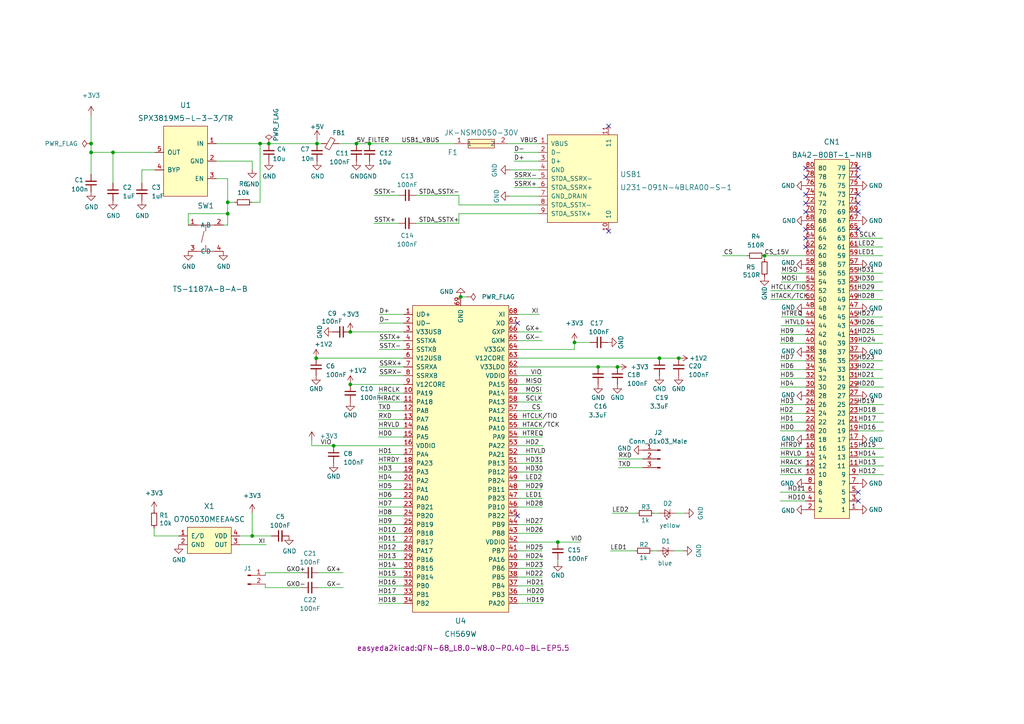
<source format=kicad_sch>
(kicad_sch (version 20211123) (generator eeschema)
  (paper "A4")
  (title_block (title "USB3 Superspeed FPGA Board") (rev "rev1") (company "Hans Baier"))
  (junction (at 91.694 103.886))
  (junction (at 101.6 111.506))
  (junction (at 77.978 41.656))
  (junction (at 191.262 103.886))
  (junction (at 66.04 58.674))
  (junction (at 73.152 155.448))
  (junction (at 221.742 74.168))
  (junction (at 101.6 96.266))
  (junction (at 161.798 157.226))
  (junction (at 66.04 61.976))
  (junction (at 32.766 44.196))
  (junction (at 26.416 44.196))
  (junction (at 166.624 99.314))
  (junction (at 196.85 103.886))
  (junction (at 96.774 129.286))
  (junction (at 133.604 86.106))
  (junction (at 179.07 106.426))
  (junction (at 26.416 41.656))
  (junction (at 173.482 106.426))
  (junction (at 75.438 41.656))
  (junction (at 107.188 41.656))
  (junction (at 103.378 41.656))
  (junction (at 91.948 41.656))
  (no_connect (at 233.68 61.468))
  (no_connect (at 248.92 61.468))
  (no_connect (at 248.92 58.928))
  (no_connect (at 248.92 56.388))
  (no_connect (at 248.92 66.548))
  (no_connect (at 233.68 69.088))
  (no_connect (at 233.68 71.628))
  (no_connect (at 233.68 66.548))
  (no_connect (at 248.92 145.288))
  (no_connect (at 248.92 51.308))
  (no_connect (at 150.114 149.606))
  (no_connect (at 150.114 93.726))
  (no_connect (at 176.53 36.576))
  (no_connect (at 248.92 142.748))
  (no_connect (at 176.53 67.056))
  (no_connect (at 248.92 48.768))
  (no_connect (at 233.68 48.768))
  (no_connect (at 233.68 51.308))
  (no_connect (at 233.68 56.388))
  (no_connect (at 233.68 58.928))
  (wire (pts (xy 117.094 147.066) (xy 109.728 147.066)))
  (wire (pts (xy 256.032 69.088) (xy 248.92 69.088)))
  (wire (pts (xy 248.92 109.728) (xy 256.032 109.728)))
  (wire (pts (xy 109.982 108.966) (xy 117.094 108.966)))
  (wire (pts (xy 149.098 51.816) (xy 156.21 51.816)))
  (wire (pts (xy 226.568 81.788) (xy 233.68 81.788)))
  (wire (pts (xy 75.438 58.674) (xy 73.152 58.674)))
  (wire (pts (xy 157.226 111.506) (xy 150.114 111.506)))
  (wire (pts (xy 248.92 74.168) (xy 256.032 74.168)))
  (wire (pts (xy 133.096 59.436) (xy 156.21 59.436)))
  (wire (pts (xy 191.262 103.886) (xy 196.85 103.886)))
  (wire (pts (xy 109.728 119.126) (xy 117.094 119.126)))
  (wire (pts (xy 76.962 169.418) (xy 76.962 170.434)))
  (wire (pts (xy 157.48 129.286) (xy 150.114 129.286)))
  (wire (pts (xy 256.032 107.188) (xy 248.92 107.188)))
  (wire (pts (xy 150.114 106.426) (xy 173.482 106.426)))
  (wire (pts (xy 248.92 97.028) (xy 256.032 97.028)))
  (wire (pts (xy 248.92 112.268) (xy 256.286 112.268)))
  (wire (pts (xy 226.314 137.668) (xy 233.68 137.668)))
  (wire (pts (xy 96.774 129.286) (xy 117.094 129.286)))
  (wire (pts (xy 108.458 64.77) (xy 115.57 64.77)))
  (wire (pts (xy 157.226 134.366) (xy 150.114 134.366)))
  (wire (pts (xy 76.962 166.116) (xy 87.376 166.116)))
  (wire (pts (xy 76.962 166.116) (xy 76.962 166.878)))
  (wire (pts (xy 248.92 91.948) (xy 256.032 91.948)))
  (wire (pts (xy 91.948 40.386) (xy 91.948 41.656)))
  (wire (pts (xy 62.738 41.656) (xy 75.438 41.656)))
  (wire (pts (xy 109.982 101.346) (xy 117.094 101.346)))
  (wire (pts (xy 54.61 61.976) (xy 66.04 61.976)))
  (wire (pts (xy 66.04 61.976) (xy 66.04 58.674)))
  (wire (pts (xy 91.694 103.886) (xy 117.094 103.886)))
  (wire (pts (xy 256.286 132.588) (xy 248.92 132.588)))
  (wire (pts (xy 256.286 122.428) (xy 248.92 122.428)))
  (wire (pts (xy 66.04 51.816) (xy 62.738 51.816)))
  (wire (pts (xy 147.828 49.276) (xy 156.21 49.276)))
  (wire (pts (xy 150.114 103.886) (xy 191.262 103.886)))
  (wire (pts (xy 117.094 169.926) (xy 109.728 169.926)))
  (wire (pts (xy 117.094 144.526) (xy 109.728 144.526)))
  (wire (pts (xy 109.728 124.206) (xy 117.094 124.206)))
  (wire (pts (xy 157.226 114.046) (xy 150.114 114.046)))
  (wire (pts (xy 226.568 79.248) (xy 233.68 79.248)))
  (wire (pts (xy 157.226 121.666) (xy 150.114 121.666)))
  (wire (pts (xy 117.094 131.826) (xy 109.728 131.826)))
  (wire (pts (xy 109.982 98.806) (xy 117.094 98.806)))
  (wire (pts (xy 157.226 96.266) (xy 150.114 96.266)))
  (wire (pts (xy 73.152 148.844) (xy 73.152 155.448)))
  (wire (pts (xy 221.742 74.168) (xy 221.742 75.184)))
  (wire (pts (xy 157.226 124.206) (xy 150.114 124.206)))
  (wire (pts (xy 256.286 119.888) (xy 248.92 119.888)))
  (wire (pts (xy 256.032 99.568) (xy 248.92 99.568)))
  (wire (pts (xy 150.114 154.686) (xy 157.226 154.686)))
  (wire (pts (xy 226.314 135.128) (xy 233.68 135.128)))
  (wire (pts (xy 179.324 133.096) (xy 186.436 133.096)))
  (wire (pts (xy 173.482 106.426) (xy 179.07 106.426)))
  (wire (pts (xy 248.92 104.648) (xy 256.032 104.648)))
  (wire (pts (xy 233.68 99.568) (xy 226.314 99.568)))
  (wire (pts (xy 117.094 152.146) (xy 109.728 152.146)))
  (wire (pts (xy 73.152 155.448) (xy 69.596 155.448)))
  (wire (pts (xy 66.04 58.674) (xy 66.04 51.816)))
  (wire (pts (xy 166.624 99.314) (xy 166.624 101.346)))
  (wire (pts (xy 226.314 132.588) (xy 233.68 132.588)))
  (wire (pts (xy 44.704 155.448) (xy 44.704 153.162)))
  (wire (pts (xy 68.072 58.674) (xy 66.04 58.674)))
  (wire (pts (xy 99.568 170.434) (xy 92.456 170.434)))
  (wire (pts (xy 161.798 162.306) (xy 161.798 163.068)))
  (wire (pts (xy 190.5 159.766) (xy 189.23 159.766)))
  (wire (pts (xy 133.096 61.976) (xy 133.096 64.77)))
  (wire (pts (xy 157.226 126.746) (xy 150.114 126.746)))
  (wire (pts (xy 62.738 46.736) (xy 73.152 46.736)))
  (wire (pts (xy 117.094 157.226) (xy 109.728 157.226)))
  (wire (pts (xy 196.088 148.844) (xy 198.628 148.844)))
  (wire (pts (xy 248.92 84.328) (xy 256.032 84.328)))
  (wire (pts (xy 221.742 74.168) (xy 233.68 74.168)))
  (wire (pts (xy 149.098 54.356) (xy 156.21 54.356)))
  (wire (pts (xy 51.816 155.448) (xy 44.704 155.448)))
  (wire (pts (xy 226.314 124.968) (xy 233.68 124.968)))
  (wire (pts (xy 69.596 157.988) (xy 77.216 157.988)))
  (wire (pts (xy 226.314 130.048) (xy 233.68 130.048)))
  (wire (pts (xy 75.438 41.656) (xy 77.978 41.656)))
  (wire (pts (xy 157.48 169.926) (xy 150.114 169.926)))
  (wire (pts (xy 117.094 141.986) (xy 109.728 141.986)))
  (wire (pts (xy 256.286 135.128) (xy 248.92 135.128)))
  (wire (pts (xy 195.58 159.766) (xy 198.12 159.766)))
  (wire (pts (xy 150.114 167.386) (xy 157.226 167.386)))
  (wire (pts (xy 157.48 175.006) (xy 150.114 175.006)))
  (wire (pts (xy 54.61 65.278) (xy 54.61 61.976)))
  (wire (pts (xy 117.094 167.386) (xy 109.728 167.386)))
  (wire (pts (xy 150.114 162.306) (xy 157.48 162.306)))
  (wire (pts (xy 41.148 49.276) (xy 44.958 49.276)))
  (wire (pts (xy 103.378 41.656) (xy 107.188 41.656)))
  (wire (pts (xy 179.324 135.636) (xy 186.436 135.636)))
  (wire (pts (xy 209.55 74.168) (xy 216.662 74.168)))
  (wire (pts (xy 248.92 81.788) (xy 256.032 81.788)))
  (wire (pts (xy 109.982 91.186) (xy 117.094 91.186)))
  (wire (pts (xy 99.568 166.116) (xy 92.456 166.116)))
  (wire (pts (xy 117.094 175.006) (xy 109.728 175.006)))
  (wire (pts (xy 233.68 97.028) (xy 226.314 97.028)))
  (wire (pts (xy 26.416 44.196) (xy 26.416 41.656)))
  (wire (pts (xy 157.226 119.126) (xy 150.114 119.126)))
  (wire (pts (xy 233.68 94.488) (xy 226.568 94.488)))
  (wire (pts (xy 150.114 91.186) (xy 156.464 91.186)))
  (wire (pts (xy 117.094 159.766) (xy 109.728 159.766)))
  (wire (pts (xy 256.032 94.488) (xy 248.92 94.488)))
  (wire (pts (xy 248.92 79.248) (xy 256.032 79.248)))
  (wire (pts (xy 101.6 96.266) (xy 117.094 96.266)))
  (wire (pts (xy 157.226 144.526) (xy 150.114 144.526)))
  (wire (pts (xy 109.728 116.586) (xy 117.094 116.586)))
  (wire (pts (xy 90.424 129.286) (xy 90.424 127.762)))
  (wire (pts (xy 226.314 145.288) (xy 233.68 145.288)))
  (wire (pts (xy 177.546 148.844) (xy 184.658 148.844)))
  (wire (pts (xy 233.68 109.728) (xy 226.314 109.728)))
  (wire (pts (xy 109.982 106.426) (xy 117.094 106.426)))
  (wire (pts (xy 161.798 157.226) (xy 168.402 157.226)))
  (wire (pts (xy 157.226 98.806) (xy 150.114 98.806)))
  (wire (pts (xy 90.424 129.286) (xy 96.774 129.286)))
  (wire (pts (xy 117.094 139.446) (xy 109.728 139.446)))
  (wire (pts (xy 133.604 86.106) (xy 135.382 86.106)))
  (wire (pts (xy 117.094 154.686) (xy 109.728 154.686)))
  (wire (pts (xy 64.77 65.278) (xy 66.04 65.278)))
  (wire (pts (xy 166.624 99.314) (xy 171.196 99.314)))
  (wire (pts (xy 233.68 112.268) (xy 226.314 112.268)))
  (wire (pts (xy 75.438 41.656) (xy 75.438 58.674)))
  (wire (pts (xy 73.152 155.448) (xy 78.74 155.448)))
  (wire (pts (xy 26.416 33.401) (xy 26.416 41.656)))
  (wire (pts (xy 120.65 64.77) (xy 133.096 64.77)))
  (wire (pts (xy 149.098 46.736) (xy 156.21 46.736)))
  (wire (pts (xy 32.766 44.196) (xy 32.766 53.086)))
  (wire (pts (xy 147.193 41.656) (xy 156.21 41.656)))
  (wire (pts (xy 223.52 84.328) (xy 233.68 84.328)))
  (wire (pts (xy 157.226 159.766) (xy 150.114 159.766)))
  (wire (pts (xy 150.114 101.346) (xy 166.624 101.346)))
  (wire (pts (xy 248.92 71.628) (xy 256.032 71.628)))
  (wire (pts (xy 226.314 119.888) (xy 233.68 119.888)))
  (wire (pts (xy 117.094 164.846) (xy 109.728 164.846)))
  (wire (pts (xy 191.008 148.844) (xy 189.738 148.844)))
  (wire (pts (xy 26.416 50.546) (xy 26.416 44.196)))
  (wire (pts (xy 91.948 41.656) (xy 93.218 41.656)))
  (wire (pts (xy 150.114 108.966) (xy 157.226 108.966)))
  (wire (pts (xy 157.226 152.146) (xy 150.114 152.146)))
  (wire (pts (xy 147.828 56.896) (xy 156.21 56.896)))
  (wire (pts (xy 76.962 170.434) (xy 87.376 170.434)))
  (wire (pts (xy 32.766 44.196) (xy 44.958 44.196)))
  (wire (pts (xy 109.728 114.046) (xy 117.094 114.046)))
  (wire (pts (xy 77.978 41.656) (xy 91.948 41.656)))
  (wire (pts (xy 256.286 137.668) (xy 248.92 137.668)))
  (wire (pts (xy 248.92 117.348) (xy 256.286 117.348)))
  (wire (pts (xy 120.65 56.642) (xy 133.096 56.642)))
  (wire (pts (xy 117.094 136.906) (xy 109.728 136.906)))
  (wire (pts (xy 108.458 56.642) (xy 115.57 56.642)))
  (wire (pts (xy 107.188 41.656) (xy 131.953 41.656)))
  (wire (pts (xy 233.68 117.348) (xy 226.314 117.348)))
  (wire (pts (xy 117.094 162.306) (xy 109.728 162.306)))
  (wire (pts (xy 157.226 131.826) (xy 150.114 131.826)))
  (wire (pts (xy 233.68 122.428) (xy 226.314 122.428)))
  (wire (pts (xy 149.098 44.196) (xy 156.21 44.196)))
  (wire (pts (xy 157.226 164.846) (xy 150.114 164.846)))
  (wire (pts (xy 256.286 130.048) (xy 248.92 130.048)))
  (wire (pts (xy 233.68 107.188) (xy 226.314 107.188)))
  (wire (pts (xy 256.286 124.968) (xy 248.92 124.968)))
  (wire (pts (xy 157.226 147.066) (xy 150.114 147.066)))
  (wire (pts (xy 26.416 44.196) (xy 32.766 44.196)))
  (wire (pts (xy 109.982 93.726) (xy 117.094 93.726)))
  (wire (pts (xy 157.48 172.466) (xy 150.114 172.466)))
  (wire (pts (xy 157.226 116.586) (xy 150.114 116.586)))
  (wire (pts (xy 66.04 65.278) (xy 66.04 61.976)))
  (wire (pts (xy 133.096 56.642) (xy 133.096 59.436)))
  (wire (pts (xy 223.52 86.868) (xy 233.68 86.868)))
  (wire (pts (xy 109.728 126.746) (xy 117.094 126.746)))
  (wire (pts (xy 41.148 53.086) (xy 41.148 49.276)))
  (wire (pts (xy 117.094 172.466) (xy 109.728 172.466)))
  (wire (pts (xy 233.68 104.648) (xy 226.314 104.648)))
  (wire (pts (xy 157.226 136.906) (xy 150.114 136.906)))
  (wire (pts (xy 157.226 139.446) (xy 150.114 139.446)))
  (wire (pts (xy 226.314 142.748) (xy 233.68 142.748)))
  (wire (pts (xy 177.038 159.766) (xy 184.15 159.766)))
  (wire (pts (xy 98.298 41.656) (xy 103.378 41.656)))
  (wire (pts (xy 73.152 46.736) (xy 73.152 49.022)))
  (wire (pts (xy 233.68 91.948) (xy 226.568 91.948)))
  (wire (pts (xy 157.226 141.986) (xy 150.114 141.986)))
  (wire (pts (xy 117.094 149.606) (xy 109.728 149.606)))
  (wire (pts (xy 109.728 134.366) (xy 117.094 134.366)))
  (wire (pts (xy 109.728 121.666) (xy 117.094 121.666)))
  (wire (pts (xy 150.114 157.226) (xy 161.798 157.226)))
  (wire (pts (xy 101.6 111.506) (xy 117.094 111.506)))
  (wire (pts (xy 248.92 86.868) (xy 256.032 86.868)))
  (wire (pts (xy 133.096 61.976) (xy 156.21 61.976)))
  (label "HD10" (at 233.68 145.288 180))
  (label "HD12" (at 248.92 137.668 0))
  (label "HD12" (at 109.728 159.766 0))
  (label "SCLK" (at 152.4 116.586 0))
  (label "RXD" (at 109.728 121.666 0))
  (label "HD21" (at 253.746 109.728 180))
  (label "HD8" (at 109.728 149.606 0))
  (label "SSTX-" (at 108.458 56.642 0))
  (label "HD28" (at 253.746 86.868 180))
  (label "CS" (at 154.178 119.126 0))
  (label "HD5" (at 226.314 109.728 0))
  (label "STDA_SSTX-" (at 121.412 56.642 0))
  (label "VBUS" (at 150.876 41.656 0))
  (label "HD11" (at 109.728 157.226 0))
  (label "HTCLK{slash}TIO" (at 223.52 84.328 0))
  (label "HTREQ" (at 226.568 91.948 0))
  (label "GX+" (at 94.742 166.116 0))
  (label "GX-" (at 152.4 98.806 0))
  (label "SSRX+" (at 109.982 106.426 0))
  (label "HTVLD" (at 152.4 131.826 0))
  (label "HD18" (at 109.728 175.006 0))
  (label "RXD" (at 179.324 133.096 0))
  (label "STDA_SSTX+" (at 121.412 64.77 0))
  (label "HD16" (at 248.92 124.968 0))
  (label "MISO" (at 231.394 79.248 180))
  (label "HD23" (at 152.4 164.846 0))
  (label "XI" (at 74.93 157.988 0))
  (label "HD29" (at 152.4 141.986 0))
  (label "HD18" (at 248.92 119.888 0))
  (label "HTRDY" (at 226.314 130.048 0))
  (label "HD24" (at 253.9843 99.568 180))
  (label "HTACK{slash}TCK" (at 223.52 86.868 0))
  (label "HD7" (at 226.314 104.648 0))
  (label "LED1" (at 181.864 159.766 180))
  (label "HD19" (at 253.746 117.348 180))
  (label "HRVLD" (at 226.314 132.588 0))
  (label "HD2" (at 152.4 129.286 0))
  (label "MOSI" (at 152.4 114.046 0))
  (label "LED2" (at 182.372 148.844 180))
  (label "HD15" (at 109.728 167.386 0))
  (label "HD30" (at 253.746 81.788 180))
  (label "HD13" (at 248.92 135.128 0))
  (label "XI" (at 154.178 91.186 0))
  (label "HD6" (at 109.728 144.526 0))
  (label "GXO-" (at 83.058 170.434 0))
  (label "HTCLK{slash}TIO" (at 151.384 121.666 0))
  (label "SSTX+" (at 109.982 98.806 0))
  (label "HD2" (at 230.124 119.888 180))
  (label "HD4" (at 226.314 112.268 0))
  (label "HD25" (at 152.4 159.766 0))
  (label "VIO" (at 92.964 129.286 0))
  (label "HTVLD" (at 227.584 94.488 0))
  (label "LED2" (at 152.4 139.446 0))
  (label "VIO" (at 165.608 157.226 0))
  (label "HD29" (at 253.746 84.328 180))
  (label "CS_15V" (at 228.854 74.168 180))
  (label "TXD" (at 109.728 119.126 0))
  (label "USB1_VBUS" (at 127.508 41.656 180))
  (label "HD19" (at 152.654 175.006 0))
  (label "D+" (at 109.982 91.186 0))
  (label "HD1" (at 109.728 131.826 0))
  (label "HRACK" (at 226.314 135.128 0))
  (label "HD27" (at 253.746 91.948 180))
  (label "HD15" (at 248.92 130.048 0))
  (label "HTRDY" (at 109.728 134.366 0))
  (label "HD8" (at 226.314 99.568 0))
  (label "D-" (at 149.098 44.196 0))
  (label "HD16" (at 109.728 169.926 0))
  (label "SCLK" (at 249.174 69.088 0))
  (label "HD22" (at 253.746 107.188 180))
  (label "HD24" (at 152.4157 162.306 0))
  (label "HD17" (at 248.92 122.428 0))
  (label "HTREQ" (at 151.384 126.746 0))
  (label "HD3" (at 109.728 136.906 0))
  (label "HD22" (at 152.4 167.386 0))
  (label "HRCLK" (at 226.314 137.668 0))
  (label "5V_FILTER" (at 103.378 41.656 0))
  (label "HTACK{slash}TCK" (at 151.384 124.206 0))
  (label "MISO" (at 152.4 111.506 0))
  (label "HD4" (at 109.728 139.446 0))
  (label "D-" (at 109.982 93.726 0))
  (label "HD26" (at 253.7303 94.488 180))
  (label "HD6" (at 226.314 107.188 0))
  (label "LED2" (at 253.746 71.628 180))
  (label "HD28" (at 152.4 147.066 0))
  (label "HD30" (at 152.4 136.906 0))
  (label "HD1" (at 226.314 122.428 0))
  (label "GX-" (at 94.742 170.434 0))
  (label "HD5" (at 109.728 141.986 0))
  (label "CS" (at 212.598 74.168 180))
  (label "HD9" (at 226.314 97.028 0))
  (label "SSRX-" (at 149.098 51.816 0))
  (label "HD31" (at 152.4 134.366 0))
  (label "LED1" (at 152.4 144.526 0))
  (label "HD7" (at 109.728 147.066 0))
  (label "HD0" (at 109.728 126.746 0))
  (label "SSRX+" (at 149.098 54.356 0))
  (label "MOSI" (at 231.394 81.788 180))
  (label "GXO+" (at 83.058 166.116 0))
  (label "LED1" (at 253.746 74.168 180))
  (label "HD17" (at 109.728 172.466 0))
  (label "HD26" (at 152.4157 154.686 0))
  (label "HD11" (at 233.68 142.748 180))
  (label "SSRX-" (at 109.982 108.966 0))
  (label "HD31" (at 253.746 79.248 180))
  (label "HD9" (at 109.728 152.146 0))
  (label "SSTX+" (at 108.458 64.77 0))
  (label "HRCLK" (at 109.728 114.046 0))
  (label "GX+" (at 152.4 96.266 0))
  (label "HD3" (at 226.314 117.348 0))
  (label "HD23" (at 253.746 104.648 180))
  (label "TXD" (at 179.324 135.636 0))
  (label "HD27" (at 152.4 152.146 0))
  (label "HD25" (at 253.746 97.028 180))
  (label "HRVLD" (at 109.728 124.206 0))
  (label "D+" (at 149.098 46.736 0))
  (label "HD14" (at 248.92 132.588 0))
  (label "HRACK" (at 109.728 116.586 0))
  (label "SSTX-" (at 109.982 101.346 0))
  (label "HD10" (at 109.728 154.686 0))
  (label "HD14" (at 109.728 164.846 0))
  (label "HD20" (at 253.746 112.268 180))
  (label "HD21" (at 152.654 169.926 0))
  (label "HD0" (at 226.314 124.968 0))
  (label "HD13" (at 109.728 162.306 0))
  (label "HD20" (at 152.654 172.466 0))
  (label "VIO" (at 153.924 108.966 0))
  (symbol (lib_id "power:GND") (at 173.482 111.506 0) (unit 1)
    (property "Reference" "#PWR032" (effects hide))
    (property "Value" "GND" (at 173.482 115.316 0))
  )
  (symbol (lib_id "jlcpcb-basic-mlcc-0805:2.2uF") (at 173.482 108.966 0) (unit 1)
    (property "Reference" "C16" (at 172.212 117.856 0) (effects (justify left)))
    (property "Value" "3.3uF" (at 170.688 120.396 0) (effects (justify left)))
    (property "Footprint" "Capacitor_SMD:C_0603_1608Metric" (effects hide))
    (property "LCSC" "C51412" (effects hide))
  )
  (symbol (lib_id "easyeda2kicad:BA42-80BT-1-NHB") (at 241.3 98.298 180) (unit 1)
    (property "Reference" "CN1" (at 241.3 41.148 0) (effects (font (size 1.524 1.524))))
    (property "Value" "BA42-80BT-1-NHB" (at 241.3 44.958 0) (effects (font (size 1.524 1.524))))
    (property "Footprint" "easyeda2kicad:CONN-SMD_BA42-80BT-1-NHB" (effects hide))
    (property "Datasheet" "https://lcsc.com/product-detail/Mezzanine-Connectors-Board-to-Board_STWXE-BA42-80BT-1-NHB_C508676.html" (effects hide))
    (property "Manufacturer" "STWXE" (effects hide))
    (property "LCSC Part" "C508676" (effects hide))
    (property "JLC Part" "Extended Part" (effects hide))
  )
  (symbol (lib_id "power:+3V3") (at 90.424 127.762 0) (mirror y) (unit 1)
    (property "Reference" "#PWR0101" (effects hide))
    (property "Value" "+3V3" (at 92.71 126.4919 0) (effects (justify right)))
  )
  (symbol (lib_id "power:GND") (at 96.774 134.366 0) (unit 1)
    (property "Reference" "#PWR021" (effects hide))
    (property "Value" "GND" (at 96.774 138.176 0))
  )
  (symbol (lib_id "power:GND") (at 221.742 80.264 0) (unit 1)
    (property "Reference" "#PWR04" (effects hide))
    (property "Value" "GND" (at 221.742 85.09 90))
  )
  (symbol (lib_id "power:GND") (at 147.828 49.276 270) (unit 1)
    (property "Reference" "#PWR028" (effects hide))
    (property "Value" "GND" (at 143.4338 49.403 0))
  )
  (symbol (lib_id "jlcpcb-basic-mlcc-0402:100nF") (at 91.694 106.426 0) (unit 1)
    (property "Reference" "C6" (at 94.488 106.172 0) (effects (justify left)))
    (property "Value" "100nF" (at 94.488 108.712 0) (effects (justify left)))
    (property "Footprint" "Capacitor_SMD:C_0805_2012Metric" (effects hide))
    (property "Datasheet" "https://datasheet.lcsc.com/szlcsc/Samsung-Electro-Mechanics-CL05B104KO5NNNC_C1525.pdf" (effects hide))
    (property "LCSC" "C49678" (effects hide))
  )
  (symbol (lib_id "power:GND") (at 233.68 64.008 270) (unit 1)
    (property "Reference" "#PWR043" (effects hide))
    (property "Value" "GND" (at 228.854 64.008 90))
  )
  (symbol (lib_id "power:PWR_FLAG") (at 77.978 41.656 0) (unit 1)
    (property "Reference" "#FLG03" (effects hide))
    (property "Value" "PWR_FLAG" (at 80.039 41.021 90) (effects (justify left)))
  )
  (symbol (lib_id "Device:LED_Small") (at 193.548 148.844 180) (unit 1)
    (property "Reference" "D2" (at 192.278 146.05 0) (effects (justify right)))
    (property "Value" "yellow" (at 191.262 152.4 0) (effects (justify right)))
    (property "Footprint" "LED_SMD:LED_0603_1608Metric" (effects hide))
    (property "LCSC" "C72038" (effects hide))
  )
  (symbol (lib_id "power:GND") (at 96.52 96.266 270) (unit 1)
    (property "Reference" "#PWR020" (effects hide))
    (property "Value" "GND" (at 92.71 96.266 0))
  )
  (symbol (lib_id "Device:R_Small") (at 186.69 159.766 270) (unit 1)
    (property "Reference" "R2" (at 185.42 157.988 90) (effects (justify left)))
    (property "Value" "1k" (at 185.42 161.798 90) (effects (justify left)))
    (property "Footprint" "Resistor_SMD:R_0603_1608Metric" (effects hide))
    (property "LCSC" "C21190" (effects hide))
  )
  (symbol (lib_id "Device:C_Small") (at 26.416 53.086 180) (unit 1)
    (property "Reference" "C1" (at 24.2891 52.1867 0) (effects (justify left)))
    (property "Value" "100n" (at 25.6134 54.8969 0) (effects (justify left)))
    (property "Footprint" "Capacitor_SMD:C_0805_2012Metric" (effects hide))
    (property "LCSC" "C49678" (effects hide))
  )
  (symbol (lib_id "power:GND") (at 248.92 53.848 90) (unit 1)
    (property "Reference" "#PWR051" (effects hide))
    (property "Value" "GND" (at 254 53.848 90))
  )
  (symbol (lib_id "jlcpcb-basic-mlcc-0402:100nF") (at 81.28 155.448 90) (unit 1)
    (property "Reference" "C5" (at 81.28 149.86 90))
    (property "Value" "100nF" (at 81.28 152.4 90))
    (property "Footprint" "Capacitor_SMD:C_0402_1005Metric" (effects hide))
    (property "Datasheet" "https://datasheet.lcsc.com/szlcsc/Samsung-Electro-Mechanics-CL05B104KO5NNNC_C1525.pdf" (effects hide))
    (property "LCSC" "C1525" (effects hide))
  )
  (symbol (lib_id "power:GND") (at 248.92 140.208 90) (unit 1)
    (property "Reference" "#PWR058" (effects hide))
    (property "Value" "GND" (at 254 140.208 90))
  )
  (symbol (lib_id "easyeda2kicad:JK-NSMD050-30V") (at 139.573 41.656 0) (unit 1)
    (property "Reference" "F1" (at 131.318 44.196 0) (effects (font (size 1.524 1.524))))
    (property "Value" "JK-NSMD050-30V" (at 139.573 38.481 0) (effects (font (size 1.524 1.524))))
    (property "Footprint" "easyeda2kicad:F1206" (effects hide))
    (property "Datasheet" "https://lcsc.com/product-detail/PTC-Resettable-Fuses_Jinrui-Electronic-Materials-Co-JK-NSMD050-30V_C720075.html" (effects hide))
    (property "Manufacturer" "Jinrui Electronic Materials Co." (effects hide))
    (property "LCSC Part" "C720075" (effects hide))
    (property "JLC Part" "Extended Part" (effects hide))
  )
  (symbol (lib_id "power:GND") (at 233.68 114.808 270) (unit 1)
    (property "Reference" "#PWR047" (effects hide))
    (property "Value" "GND" (at 228.6 114.554 90))
  )
  (symbol (lib_id "Device:C_Small") (at 91.948 44.196 180) (unit 1)
    (property "Reference" "C7" (at 89.8211 43.2967 0) (effects (justify left)))
    (property "Value" "10n" (at 91.1454 46.0069 0) (effects (justify left)))
    (property "Footprint" "Capacitor_SMD:C_0805_2012Metric" (effects hide))
    (property "LCSC" "C1710" (effects hide))
  )
  (symbol (lib_id "power:GND") (at 233.68 76.708 270) (unit 1)
    (property "Reference" "#PWR044" (effects hide))
    (property "Value" "GND" (at 228.6 76.2 90))
  )
  (symbol (lib_id "power:+5V") (at 91.948 40.386 0) (unit 1)
    (property "Reference" "#PWR018" (effects hide))
    (property "Value" "+5V" (at 91.948 36.7814 0))
  )
  (symbol (lib_id "jlcpcb-basic-mlcc-0805:1uF") (at 41.148 55.626 0) (unit 1)
    (property "Reference" "C3" (at 43.942 54.3622 0) (effects (justify left)))
    (property "Value" "1uF" (at 43.942 56.9022 0) (effects (justify left)))
    (property "Footprint" "C_0805_2012Metric" (effects hide))
    (property "Datasheet" "https://datasheet.lcsc.com/szlcsc/Samsung-Electro-Mechanics-CL21B105KBFNNNE_C28323.pdf" (effects hide))
    (property "LCSC" "C28323" (effects hide))
  )
  (symbol (lib_id "power:GND") (at 248.92 76.708 90) (unit 1)
    (property "Reference" "#PWR053" (effects hide))
    (property "Value" "GND" (at 254 76.708 90))
  )
  (symbol (lib_id "power:GND") (at 91.694 108.966 0) (unit 1)
    (property "Reference" "#PWR017" (effects hide))
    (property "Value" "GND" (at 91.694 112.776 0))
  )
  (symbol (lib_id "jlcpcb-basic-mlcc-0402:100nF") (at 118.11 56.642 90) (unit 1)
    (property "Reference" "C13" (at 118.11 51.054 90))
    (property "Value" "100nF" (at 118.11 53.594 90))
    (property "Footprint" "Capacitor_SMD:C_0402_1005Metric" (effects hide))
    (property "Datasheet" "https://datasheet.lcsc.com/szlcsc/Samsung-Electro-Mechanics-CL05B104KO5NNNC_C1525.pdf" (effects hide))
    (property "LCSC" "C1525" (effects hide))
  )
  (symbol (lib_id "power:GND") (at 248.92 114.808 90) (unit 1)
    (property "Reference" "#PWR056" (effects hide))
    (property "Value" "GND" (at 254 114.808 90))
  )
  (symbol (lib_id "power:GND") (at 179.07 111.506 0) (unit 1)
    (property "Reference" "#PWR035" (effects hide))
    (property "Value" "GND" (at 179.07 115.316 0))
  )
  (symbol (lib_id "jlcpcb-basic-resistor-0402:10k") (at 70.612 58.674 90) (unit 1)
    (property "Reference" "R6" (at 70.612 53.34 90))
    (property "Value" "10k" (at 70.612 55.88 90))
    (property "Footprint" "R_0402_1005Metric" (effects hide))
    (property "Datasheet" "https://datasheet.lcsc.com/szlcsc/Uniroyal-Elec-0402WGF1002TCE_C25744.pdf" (effects hide))
    (property "LCSC" "C25744" (effects hide))
  )
  (symbol (lib_id "power:GND") (at 196.85 108.966 0) (unit 1)
    (property "Reference" "#PWR039" (effects hide))
    (property "Value" "GND" (at 196.85 112.776 0))
  )
  (symbol (lib_id "power:GND") (at 248.92 102.108 90) (unit 1)
    (property "Reference" "#PWR055" (effects hide))
    (property "Value" "GND" (at 254 102.108 90))
  )
  (symbol (lib_id "power:PWR_FLAG") (at 135.382 86.106 270) (unit 1)
    (property "Reference" "#FLG04" (effects hide))
    (property "Value" "PWR_FLAG" (at 139.7 86.1059 90) (effects (justify left)))
  )
  (symbol (lib_id "jlcpcb-basic-mlcc-0402:100nF") (at 99.06 96.266 270) (unit 1)
    (property "Reference" "C9" (at 94.996 90.932 90) (effects (justify left)))
    (property "Value" "100nF" (at 93.218 93.218 90) (effects (justify left)))
    (property "Footprint" "Capacitor_SMD:C_0805_2012Metric" (effects hide))
    (property "Datasheet" "https://datasheet.lcsc.com/szlcsc/Samsung-Electro-Mechanics-CL05B104KO5NNNC_C1525.pdf" (effects hide))
    (property "LCSC" "C49678" (effects hide))
  )
  (symbol (lib_id "power:GND") (at 161.798 163.068 0) (unit 1)
    (property "Reference" "#PWR030" (effects hide))
    (property "Value" "GND" (at 161.798 166.878 0))
  )
  (symbol (lib_id "power:+3V3") (at 73.152 148.844 0) (unit 1)
    (property "Reference" "#PWR011" (effects hide))
    (property "Value" "+3V3" (at 73.152 143.764 0))
  )
  (symbol (lib_id "jlcpcb-basic-mlcc-0402:100nF") (at 89.916 170.434 90) (unit 1)
    (property "Reference" "C22" (at 89.916 173.99 90))
    (property "Value" "100nF" (at 89.916 176.53 90))
    (property "Footprint" "Capacitor_SMD:C_0402_1005Metric" (effects hide))
    (property "Datasheet" "https://datasheet.lcsc.com/szlcsc/Samsung-Electro-Mechanics-CL05B104KO5NNNC_C1525.pdf" (effects hide))
    (property "LCSC" "C1525" (effects hide))
  )
  (symbol (lib_id "Device:C_Small") (at 77.978 44.196 180) (unit 1)
    (property "Reference" "C4" (at 80.3022 43.2875 0) (effects (justify right)))
    (property "Value" "10u" (at 79.0322 46.0626 0) (effects (justify right)))
    (property "Footprint" "Capacitor_SMD:C_0805_2012Metric" (effects hide))
    (property "LCSC" "C15850" (effects hide))
  )
  (symbol (lib_id "jlcpcb-basic-mlcc-0402:100nF") (at 118.11 64.77 90) (unit 1)
    (property "Reference" "C14" (at 118.11 68.326 90))
    (property "Value" "100nF" (at 118.11 70.866 90))
    (property "Footprint" "Capacitor_SMD:C_0402_1005Metric" (effects hide))
    (property "Datasheet" "https://datasheet.lcsc.com/szlcsc/Samsung-Electro-Mechanics-CL05B104KO5NNNC_C1525.pdf" (effects hide))
    (property "LCSC" "C1525" (effects hide))
  )
  (symbol (lib_id "power:GND") (at 233.68 140.208 270) (unit 1)
    (property "Reference" "#PWR049" (effects hide))
    (property "Value" "GND" (at 228.346 140.208 90))
  )
  (symbol (lib_id "power:GND") (at 248.92 64.008 90) (unit 1)
    (property "Reference" "#PWR052" (effects hide))
    (property "Value" "GND" (at 254 64.008 90))
  )
  (symbol (lib_id "Device:LED_Small") (at 193.04 159.766 180) (unit 1)
    (property "Reference" "D1" (at 191.77 156.972 0) (effects (justify right)))
    (property "Value" "blue" (at 190.754 163.322 0) (effects (justify right)))
    (property "Footprint" "LED_SMD:LED_0603_1608Metric" (effects hide))
    (property "LCSC" "C72041" (effects hide))
  )
  (symbol (lib_id "jlcpcb-basic-mlcc-0805:100nF") (at 103.378 44.196 0) (unit 1)
    (property "Reference" "C11" (at 97.282 44.45 0) (effects (justify left)))
    (property "Value" "100nF" (at 95.504 46.99 0) (effects (justify left)))
    (property "Footprint" "Capacitor_SMD:C_0805_2012Metric" (effects hide))
    (property "Datasheet" "https://datasheet.lcsc.com/szlcsc/YAGEO-CC0805KRX7R9BB104_C49678.pdf" (effects hide))
    (property "LCSC" "C49678" (effects hide))
  )
  (symbol (lib_id "jlcpcb-basic-mlcc-0402:100nF") (at 96.774 131.826 0) (unit 1)
    (property "Reference" "C8" (at 99.568 131.572 0) (effects (justify left)))
    (property "Value" "100nF" (at 99.568 134.112 0) (effects (justify left)))
    (property "Footprint" "Capacitor_SMD:C_0805_2012Metric" (effects hide))
    (property "Datasheet" "https://datasheet.lcsc.com/szlcsc/Samsung-Electro-Mechanics-CL05B104KO5NNNC_C1525.pdf" (effects hide))
    (property "LCSC" "C49678" (effects hide))
  )
  (symbol (lib_id "power:GND") (at 103.378 46.736 0) (unit 1)
    (property "Reference" "#PWR025" (effects hide))
    (property "Value" "GND" (at 103.505 51.1302 0))
  )
  (symbol (lib_id "easyeda2kicad:TS-1187A-B-A-B") (at 59.69 67.818 0) (unit 1)
    (property "Reference" "SW1" (at 59.69 59.69 0) (effects (font (size 1.524 1.524))))
    (property "Value" "TS-1187A-B-A-B" (at 60.96 83.82 0) (effects (font (size 1.524 1.524))))
    (property "Footprint" "SW-SMD_4P-L5.1-W5.1-P3.70-LS6.5-TL-2" (effects hide))
    (property "Datasheet" "https://lcsc.com/product-detail/Tactile-Switches_XKB-Enterprise-TS-1187-B-A-A_C318884.html" (effects hide))
    (property "Manufacturer" "XKB Enterprise" (effects hide))
    (property "LCSC Part" "C318884" (effects hide))
    (property "JLC Part" "Basic Part" (effects hide))
  )
  (symbol (lib_id "power:GND") (at 41.148 58.166 0) (unit 1)
    (property "Reference" "#PWR05" (effects hide))
    (property "Value" "GND" (at 41.275 62.5602 0))
  )
  (symbol (lib_id "power:GND") (at 248.92 147.828 90) (unit 1)
    (property "Reference" "#PWR059" (effects hide))
    (property "Value" "GND" (at 254 147.828 90))
  )
  (symbol (lib_id "power:GND") (at 233.68 127.508 270) (unit 1)
    (property "Reference" "#PWR048" (effects hide))
    (property "Value" "GND" (at 228.6 127.254 90))
  )
  (symbol (lib_id "power:GND") (at 233.68 89.408 270) (unit 1)
    (property "Reference" "#PWR045" (effects hide))
    (property "Value" "GND" (at 228.6 89.154 90))
  )
  (symbol (lib_id "easyeda2kicad:U231-091N-4BLRA00-S-1") (at 168.91 51.816 0) (unit 1)
    (property "Reference" "USB1" (at 179.832 50.546 0) (effects (font (size 1.524 1.524)) (justify left)))
    (property "Value" "U231-091N-4BLRA00-S-1" (at 179.832 54.356 0) (effects (font (size 1.524 1.524)) (justify left)))
    (property "Footprint" "easyeda2kicad:USB-A-SMD_U231-091N-4BLRA00-S-1" (effects hide))
    (property "Manufacturer" "XKB Connectivity(中国星坤)" (effects hide))
    (property "LCSC Part" "C381140" (effects hide))
    (property "JLC Part" "Extended Part" (effects hide))
  )
  (symbol (lib_id "power:PWR_FLAG") (at 26.416 41.656 90) (unit 1)
    (property "Reference" "#FLG01" (effects hide))
    (property "Value" "PWR_FLAG" (at 22.606 41.6559 90) (effects (justify left)))
  )
  (symbol (lib_id "Device:R_Small") (at 187.198 148.844 270) (unit 1)
    (property "Reference" "R3" (at 185.928 147.066 90) (effects (justify left)))
    (property "Value" "1k" (at 185.928 150.876 90) (effects (justify left)))
    (property "Footprint" "Resistor_SMD:R_0603_1608Metric" (effects hide))
    (property "LCSC" "C21190" (effects hide))
  )
  (symbol (lib_id "power:+3V3") (at 166.624 99.314 0) (unit 1)
    (property "Reference" "#PWR031" (effects hide))
    (property "Value" "+3V3" (at 166.624 93.726 0))
  )
  (symbol (lib_id "power:GND") (at 198.12 159.766 90) (unit 1)
    (property "Reference" "#PWR040" (effects hide))
    (property "Value" "GND" (at 202.6826 159.766 0))
  )
  (symbol (lib_id "power:+3V3") (at 179.07 106.426 270) (unit 1)
    (property "Reference" "#PWR034" (effects hide))
    (property "Value" "+3V3" (at 182.88 106.4259 90) (effects (justify left)))
  )
  (symbol (lib_id "power:GND") (at 83.82 155.448 0) (unit 1)
    (property "Reference" "#PWR012" (effects hide))
    (property "Value" "GND" (at 83.947 159.8422 0))
  )
  (symbol (lib_id "power:+1V2") (at 101.6 111.506 0) (unit 1)
    (property "Reference" "#PWR023" (effects hide))
    (property "Value" "+1V2" (at 101.092 107.442 0) (effects (justify left)))
  )
  (symbol (lib_id "power:GND") (at 248.92 89.408 90) (unit 1)
    (property "Reference" "#PWR054" (effects hide))
    (property "Value" "GND" (at 254 89.408 90))
  )
  (symbol (lib_id "jlcpcb-basic-mlcc-0805:2.2uF") (at 191.262 106.426 0) (unit 1)
    (property "Reference" "C19" (at 189.992 115.316 0) (effects (justify left)))
    (property "Value" "3.3uF" (at 188.468 117.856 0) (effects (justify left)))
    (property "Footprint" "Capacitor_SMD:C_0603_1608Metric" (effects hide))
    (property "LCSC" "C51412" (effects hide))
  )
  (symbol (lib_id "jlcpcb-basic-mlcc-0402:100nF") (at 196.85 106.426 0) (unit 1)
    (property "Reference" "C20" (at 199.644 106.172 0) (effects (justify left)))
    (property "Value" "100nF" (at 199.644 108.712 0) (effects (justify left)))
    (property "Footprint" "Capacitor_SMD:C_0805_2012Metric" (effects hide))
    (property "Datasheet" "https://datasheet.lcsc.com/szlcsc/Samsung-Electro-Mechanics-CL05B104KO5NNNC_C1525.pdf" (effects hide))
    (property "LCSC" "C49678" (effects hide))
  )
  (symbol (lib_id "power:GND") (at 91.948 46.736 0) (unit 1)
    (property "Reference" "#PWR019" (effects hide))
    (property "Value" "GND" (at 92.075 51.1302 0))
  )
  (symbol (lib_id "easyeda2kicad:SPX3819M5-L-3-3{slash}TR") (at 53.848 46.736 0) (mirror y) (unit 1)
    (property "Reference" "U1" (at 53.848 30.48 0) (effects (font (size 1.524 1.524))))
    (property "Value" "SPX3819M5-L-3-3/TR" (at 53.848 34.29 0) (effects (font (size 1.524 1.524))))
    (property "Footprint" "easyeda2kicad:SOT-23-5_L3.0-W1.7-P0.95-LS2.8-BR" (effects hide))
    (property "Datasheet" "https://lcsc.com/product-detail/Low-Dropout-Regulators-LDO_SIPEX_SPX3819M5-L-3-3-TR_SPX3819M5-L-3-3-TR_C9055.html" (effects hide))
    (property "Manufacturer" "EXAR" (effects hide))
    (property "LCSC Part" "C9055" (effects hide))
    (property "JLC Part" "Extended Part" (effects hide))
  )
  (symbol (lib_id "jlcpcb-basic-mlcc-0402:100nF") (at 161.798 159.766 0) (unit 1)
    (property "Reference" "C15" (at 164.592 159.512 0) (effects (justify left)))
    (property "Value" "100nF" (at 164.592 162.052 0) (effects (justify left)))
    (property "Footprint" "Capacitor_SMD:C_0603_1608Metric" (effects hide))
    (property "Datasheet" "https://datasheet.lcsc.com/szlcsc/YAGEO-CC0603KRX7R9BB104_C14663.pdf" (effects hide))
    (property "LCSC" "C14663" (effects hide))
  )
  (symbol (lib_id "power:GND") (at 107.188 46.736 0) (unit 1)
    (property "Reference" "#PWR026" (effects hide))
    (property "Value" "GND" (at 107.315 51.1302 0))
  )
  (symbol (lib_id "power:GND") (at 133.604 86.106 180) (unit 1)
    (property "Reference" "#PWR027" (effects hide))
    (property "Value" "GND" (at 129.54 84.582 0))
  )
  (symbol (lib_id "power:GND") (at 51.816 157.988 0) (unit 1)
    (property "Reference" "#PWR08" (effects hide))
    (property "Value" "GND" (at 51.943 162.3822 0))
  )
  (symbol (lib_id "power:GND") (at 233.68 102.108 270) (unit 1)
    (property "Reference" "#PWR046" (effects hide))
    (property "Value" "GND" (at 228.6 101.854 90))
  )
  (symbol (lib_id "power:+3V3") (at 101.6 96.266 0) (unit 1)
    (property "Reference" "#PWR022" (effects hide))
    (property "Value" "+3V3" (at 101.6 91.186 0))
  )
  (symbol (lib_id "power:GND") (at 198.628 148.844 90) (unit 1)
    (property "Reference" "#PWR041" (effects hide))
    (property "Value" "GND" (at 203.1906 148.844 0))
  )
  (symbol (lib_id "Device:Ferrite_Bead_Small") (at 95.758 41.656 90) (unit 1)
    (property "Reference" "FB1" (at 98.298 38.5276 90))
    (property "Value" "2A" (effects hide))
    (property "Footprint" "Inductor_SMD:L_1206_3216Metric" (effects hide))
    (property "LCSC" "C73732" (effects hide))
  )
  (symbol (lib_id "jlcpcb-basic-mlcc-0402:100nF") (at 101.6 114.046 0) (unit 1)
    (property "Reference" "C10" (at 104.394 112.7822 0) (effects (justify left)))
    (property "Value" "100nF" (at 104.394 115.3222 0) (effects (justify left)))
    (property "Footprint" "Capacitor_SMD:C_0805_2012Metric" (effects hide))
    (property "Datasheet" "https://datasheet.lcsc.com/szlcsc/Samsung-Electro-Mechanics-CL05B104KO5NNNC_C1525.pdf" (effects hide))
    (property "LCSC" "C49678" (effects hide))
  )
  (symbol (lib_id "jlcpcb-basic-mlcc-0402:100nF") (at 179.07 108.966 0) (unit 1)
    (property "Reference" "C18" (at 181.864 108.712 0) (effects (justify left)))
    (property "Value" "100nF" (at 181.864 111.252 0) (effects (justify left)))
    (property "Footprint" "Capacitor_SMD:C_0805_2012Metric" (effects hide))
    (property "Datasheet" "https://datasheet.lcsc.com/szlcsc/Samsung-Electro-Mechanics-CL05B104KO5NNNC_C1525.pdf" (effects hide))
    (property "LCSC" "C49678" (effects hide))
  )
  (symbol (lib_id "power:GND") (at 147.828 56.896 270) (unit 1)
    (property "Reference" "#PWR029" (effects hide))
    (property "Value" "GND" (at 144.018 56.896 0))
  )
  (symbol (lib_id "power:GND") (at 176.276 99.314 90) (unit 1)
    (property "Reference" "#PWR033" (effects hide))
    (property "Value" "GND" (at 180.086 99.314 0))
  )
  (symbol (lib_id "power:GND") (at 233.68 147.828 270) (unit 1)
    (property "Reference" "#PWR050" (effects hide))
    (property "Value" "GND" (at 228.6 148.082 90))
  )
  (symbol (lib_id "power:GND") (at 101.6 116.586 0) (unit 1)
    (property "Reference" "#PWR024" (effects hide))
    (property "Value" "GND" (at 101.6 120.396 0))
  )
  (symbol (lib_id "Device:R_Small") (at 44.704 150.622 0) (unit 1)
    (property "Reference" "R1" (at 46.2026 149.4536 0) (effects (justify left)))
    (property "Value" "10k" (at 46.2026 151.765 0) (effects (justify left)))
    (property "Footprint" "Resistor_SMD:R_0603_1608Metric" (effects hide))
    (property "LCSC" " C25804" (effects hide))
  )
  (symbol (lib_id "jlcpcb-basic-mlcc-0805:1uF") (at 32.766 55.626 0) (unit 1)
    (property "Reference" "C2" (at 35.56 54.3622 0) (effects (justify left)))
    (property "Value" "1uF" (at 35.56 56.9022 0) (effects (justify left)))
    (property "Footprint" "C_0805_2012Metric" (effects hide))
    (property "Datasheet" "https://datasheet.lcsc.com/szlcsc/Samsung-Electro-Mechanics-CL21B105KBFNNNE_C28323.pdf" (effects hide))
    (property "LCSC" "C28323" (effects hide))
  )
  (symbol (lib_id "jlcpcb-basic-resistor-0402:510R") (at 219.202 74.168 90) (unit 1)
    (property "Reference" "R4" (at 219.202 68.58 90))
    (property "Value" "510R" (at 219.202 71.12 90))
    (property "Footprint" "R_0402_1005Metric" (effects hide))
    (property "Datasheet" "https://datasheet.lcsc.com/szlcsc/Uniroyal-Elec-0402WGF5100TCE_C25123.pdf" (effects hide))
    (property "LCSC" "C25123" (effects hide))
  )
  (symbol (lib_id "power:+3V3") (at 26.416 33.401 0) (unit 1)
    (property "Reference" "#PWR06" (effects hide))
    (property "Value" "+3V3" (at 26.416 27.686 0))
  )
  (symbol (lib_id "easyeda2kicad:O705030MEEA4SC") (at 60.706 156.718 0) (unit 1)
    (property "Reference" "X1" (at 60.706 146.812 0) (effects (font (size 1.524 1.524))))
    (property "Value" "O705030MEEA4SC" (at 60.706 150.622 0) (effects (font (size 1.524 1.524))))
    (property "Footprint" "easyeda2kicad:OSC-SMD_4P-L7.0-W5.0-BL" (effects hide))
    (property "Datasheet" "https://lcsc.com/product-detail/SMD-Oscillators-XO_YSO751SR-30MHz-3-3V-25ppm_C20036.html" (effects hide))
    (property "Manufacturer" "YXC" (effects hide))
    (property "LCSC Part" "C20036" (effects hide))
    (property "JLC Part" "Extended Part" (effects hide))
  )
  (symbol (lib_id "power:GND") (at 73.152 49.022 0) (unit 1)
    (property "Reference" "#PWR010" (effects hide))
    (property "Value" "GND" (at 73.279 53.4162 0))
  )
  (symbol (lib_id "Connector:Conn_01x03_Male") (at 191.516 133.096 0) (mirror y) (unit 1)
    (property "Reference" "J2" (at 190.881 125.476 0))
    (property "Value" "Conn_01x03_Male" (at 190.881 128.016 0))
    (property "Footprint" "Connector_PinHeader_2.54mm:PinHeader_1x03_P2.54mm_Vertical" (effects hide))
  )
  (symbol (lib_id "jlcpcb-basic-resistor-0402:510R") (at 221.742 77.724 0) (unit 1)
    (property "Reference" "R5" (at 216.408 77.47 0) (effects (justify left)))
    (property "Value" "510R" (at 215.392 79.756 0) (effects (justify left)))
    (property "Footprint" "R_0402_1005Metric" (effects hide))
    (property "Datasheet" "https://datasheet.lcsc.com/szlcsc/Uniroyal-Elec-0402WGF5100TCE_C25123.pdf" (effects hide))
    (property "LCSC" "C25123" (effects hide))
  )
  (symbol (lib_id "power:GND") (at 64.77 72.898 0) (unit 1)
    (property "Reference" "#PWR09" (effects hide))
    (property "Value" "GND" (at 64.897 77.2922 0))
  )
  (symbol (lib_id "easyeda2kicad:CH569W") (at 133.604 133.096 0) (unit 1)
    (property "Reference" "U4" (at 133.604 180.086 0) (effects (font (size 1.524 1.524))))
    (property "Value" "CH569W" (at 133.604 183.896 0) (effects (font (size 1.524 1.524))))
    (property "Footprint" "easyeda2kicad:QFN-68_L8.0-W8.0-P0.40-BL-EP5.5" (at 134.366 187.96 0) (effects (font (size 1.524 1.524))))
    (property "Manufacturer" "WCH(南京沁恒)" (effects hide))
    (property "LCSC Part" "C2857462" (effects hide))
    (property "JLC Part" "Extended Part" (effects hide))
  )
  (symbol (lib_id "power:GND") (at 186.436 130.556 270) (unit 1)
    (property "Reference" "#PWR036" (effects hide))
    (property "Value" "GND" (at 181.102 130.048 90))
  )
  (symbol (lib_id "power:+1V2") (at 196.85 103.886 270) (unit 1)
    (property "Reference" "#PWR038" (effects hide))
    (property "Value" "+1V2" (at 199.898 103.886 90) (effects (justify left)))
  )
  (symbol (lib_id "power:GND") (at 191.262 108.966 0) (unit 1)
    (property "Reference" "#PWR037" (effects hide))
    (property "Value" "GND" (at 191.262 112.776 0))
  )
  (symbol (lib_id "power:GND") (at 248.92 127.508 90) (unit 1)
    (property "Reference" "#PWR057" (effects hide))
    (property "Value" "GND" (at 254 127.508 90))
  )
  (symbol (lib_id "jlcpcb-basic-mlcc-0402:100nF") (at 173.736 99.314 90) (unit 1)
    (property "Reference" "C17" (at 175.006 93.726 90) (effects (justify left)))
    (property "Value" "100nF" (at 176.784 96.266 90) (effects (justify left)))
    (property "Footprint" "Capacitor_SMD:C_0805_2012Metric" (effects hide))
    (property "Datasheet" "https://datasheet.lcsc.com/szlcsc/Samsung-Electro-Mechanics-CL05B104KO5NNNC_C1525.pdf" (effects hide))
    (property "LCSC" "C49678" (effects hide))
  )
  (symbol (lib_id "Device:C_Small") (at 107.188 44.196 180) (unit 1)
    (property "Reference" "C12" (at 109.982 44.45 0) (effects (justify right)))
    (property "Value" "10u" (at 109.728 46.99 0) (effects (justify right)))
    (property "Footprint" "Capacitor_SMD:C_0805_2012Metric" (effects hide))
    (property "LCSC" "C15850" (effects hide))
  )
  (symbol (lib_id "power:GND") (at 26.416 55.626 0) (unit 1)
    (property "Reference" "#PWR01" (effects hide))
    (property "Value" "GND" (at 26.543 60.0202 0))
  )
  (symbol (lib_id "power:GND") (at 233.68 53.848 270) (unit 1)
    (property "Reference" "#PWR042" (effects hide))
    (property "Value" "GND" (at 228.6 53.848 90))
  )
  (symbol (lib_id "power:GND") (at 77.978 46.736 0) (unit 1)
    (property "Reference" "#PWR014" (effects hide))
    (property "Value" "GND" (at 78.105 51.1302 0))
  )
  (symbol (lib_id "Connector:Conn_01x02_Male") (at 71.882 166.878 0) (unit 1)
    (property "Reference" "J1" (at 71.882 164.846 0))
    (property "Value" "Conn_01x02_Male" (effects hide))
    (property "Footprint" "Connector_PinHeader_2.54mm:PinHeader_1x02_P2.54mm_Vertical" (effects hide))
  )
  (symbol (lib_id "power:GND") (at 54.61 72.898 0) (unit 1)
    (property "Reference" "#PWR07" (effects hide))
    (property "Value" "GND" (at 54.737 77.2922 0))
  )
  (symbol (lib_id "power:+1V2") (at 91.694 103.886 0) (unit 1)
    (property "Reference" "#PWR016" (effects hide))
    (property "Value" "+1V2" (at 91.186 99.822 0) (effects (justify left)))
  )
  (symbol (lib_id "power:+3V3") (at 44.704 148.082 0) (unit 1)
    (property "Reference" "#PWR03" (effects hide))
    (property "Value" "+3V3" (at 44.704 143.002 0))
  )
  (symbol (lib_id "jlcpcb-basic-mlcc-0402:100nF") (at 89.916 166.116 90) (unit 1)
    (property "Reference" "C21" (at 89.916 160.528 90))
    (property "Value" "100nF" (at 89.916 163.068 90))
    (property "Footprint" "Capacitor_SMD:C_0402_1005Metric" (effects hide))
    (property "Datasheet" "https://datasheet.lcsc.com/szlcsc/Samsung-Electro-Mechanics-CL05B104KO5NNNC_C1525.pdf" (effects hide))
    (property "LCSC" "C1525" (effects hide))
  )
  (symbol (lib_id "power:GND") (at 32.766 58.166 0) (unit 1)
    (property "Reference" "#PWR02" (effects hide))
    (property "Value" "GND" (at 32.893 62.5602 0))
  )
)
</source>
